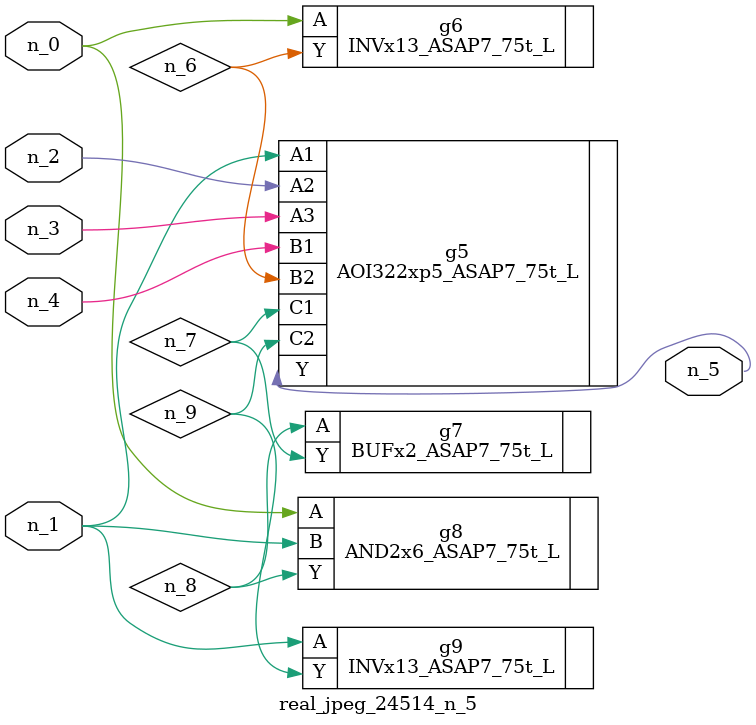
<source format=v>
module real_jpeg_24514_n_5 (n_4, n_0, n_1, n_2, n_3, n_5);

input n_4;
input n_0;
input n_1;
input n_2;
input n_3;

output n_5;

wire n_8;
wire n_6;
wire n_7;
wire n_9;

INVx13_ASAP7_75t_L g6 ( 
.A(n_0),
.Y(n_6)
);

AND2x6_ASAP7_75t_L g8 ( 
.A(n_0),
.B(n_1),
.Y(n_8)
);

AOI322xp5_ASAP7_75t_L g5 ( 
.A1(n_1),
.A2(n_2),
.A3(n_3),
.B1(n_4),
.B2(n_6),
.C1(n_7),
.C2(n_9),
.Y(n_5)
);

INVx13_ASAP7_75t_L g9 ( 
.A(n_1),
.Y(n_9)
);

BUFx2_ASAP7_75t_L g7 ( 
.A(n_8),
.Y(n_7)
);


endmodule
</source>
